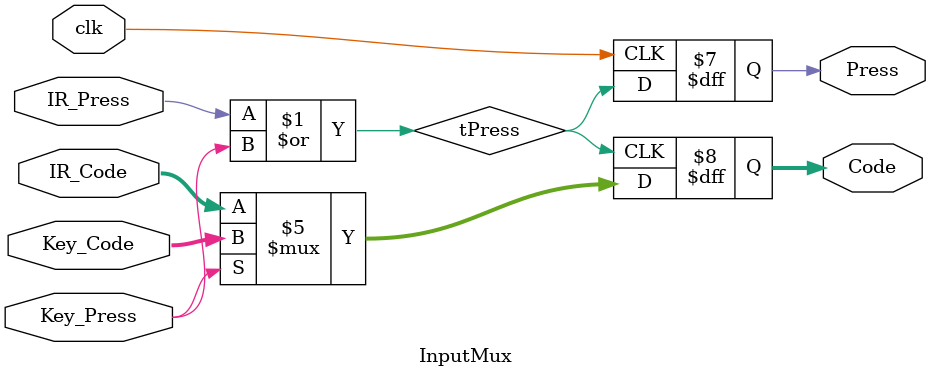
<source format=v>
module InputMux
(
	input clk,
	input [3:0]IR_Code,Key_Code,
	input IR_Press,Key_Press,
	output reg [3:0]Code,
	output reg Press
);


assign tPress = IR_Press | Key_Press;

always @(posedge tPress)
begin
	if(Key_Press)
		Code <= Key_Code;
	else
		Code <= IR_Code;
end

always @(posedge clk)
begin
	Press <= tPress;
end

endmodule



</source>
